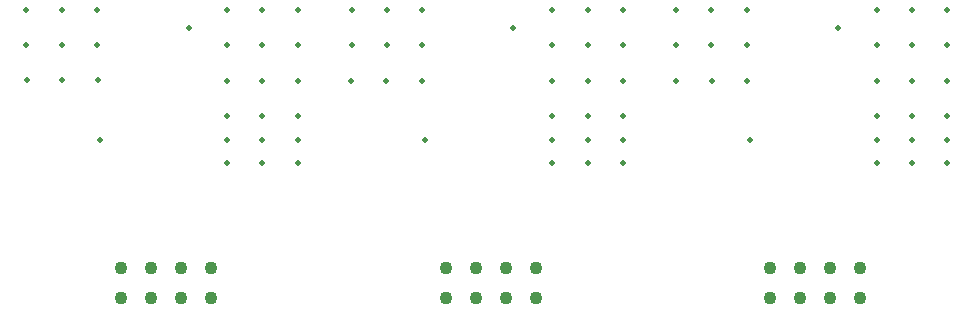
<source format=gbr>
%TF.GenerationSoftware,Altium Limited,Altium Designer,24.0.1 (36)*%
G04 Layer_Color=0*
%FSLAX45Y45*%
%MOMM*%
%TF.SameCoordinates,AADBD710-655B-4C0A-A29E-FCC33305A696*%
%TF.FilePolarity,Positive*%
%TF.FileFunction,Plated,1,2,PTH,Drill*%
%TF.Part,Single*%
G01*
G75*
%TA.AperFunction,ComponentDrill*%
%ADD46C,1.10002*%
%TA.AperFunction,ViaDrill,NotFilled*%
%ADD47C,0.50000*%
D46*
X-2774000Y-6986000D02*
D03*
X-2520000D02*
D03*
X-2266000D02*
D03*
X-24000D02*
D03*
X230000D02*
D03*
X484000D02*
D03*
X2726000D02*
D03*
X2980000D02*
D03*
X3234000D02*
D03*
X2726000Y-7240000D02*
D03*
X2980000D02*
D03*
X3234000D02*
D03*
X3488000D02*
D03*
Y-6986000D02*
D03*
X-24000Y-7240000D02*
D03*
X230000D02*
D03*
X484000D02*
D03*
X738000D02*
D03*
Y-6986000D02*
D03*
X-2774000Y-7240000D02*
D03*
X-2520000D02*
D03*
X-2266000D02*
D03*
X-2012000D02*
D03*
Y-6986000D02*
D03*
D47*
X-2969716Y-5397714D02*
D03*
X-3269716D02*
D03*
X-3569716D02*
D03*
X-825325Y-5401927D02*
D03*
X-525325D02*
D03*
X-225325D02*
D03*
X2530000Y-5400000D02*
D03*
X2230000D02*
D03*
X1930000D02*
D03*
X-2950000Y-5900000D02*
D03*
X-220000Y-5100000D02*
D03*
X-520000D02*
D03*
X-820000D02*
D03*
X880000Y-5900000D02*
D03*
Y-6100000D02*
D03*
Y-4800000D02*
D03*
X1180000Y-5400000D02*
D03*
X1480000Y-5100000D02*
D03*
X1180000Y-4800000D02*
D03*
Y-5100000D02*
D03*
Y-5700000D02*
D03*
Y-6100000D02*
D03*
X-520000Y-4800000D02*
D03*
X1480000Y-5400000D02*
D03*
X-220000Y-4800000D02*
D03*
X1180000Y-5900000D02*
D03*
X880000Y-5100000D02*
D03*
Y-5700000D02*
D03*
X1480000D02*
D03*
X880000Y-5400000D02*
D03*
X1480000Y-4800000D02*
D03*
Y-6100000D02*
D03*
X-820000Y-4800000D02*
D03*
X1480000Y-5900000D02*
D03*
X-1575000Y-6100000D02*
D03*
X-1275000Y-5400000D02*
D03*
Y-5900000D02*
D03*
Y-5700000D02*
D03*
X-1875000Y-6100000D02*
D03*
X-3575000Y-5100000D02*
D03*
X-1575000Y-5700000D02*
D03*
X-3275000Y-4800000D02*
D03*
X-1875000D02*
D03*
X-1275000Y-5100000D02*
D03*
X-1875000Y-5400000D02*
D03*
X-1275000Y-6100000D02*
D03*
X-3275000Y-5100000D02*
D03*
X-2975000D02*
D03*
X-1875000D02*
D03*
X-1275000Y-4800000D02*
D03*
X-1875000Y-5700000D02*
D03*
X-1575000Y-5900000D02*
D03*
X-1575000Y-5100000D02*
D03*
X-2975000Y-4800000D02*
D03*
X-1575000Y-5400000D02*
D03*
X-1875000Y-5900000D02*
D03*
X-3575000Y-4800000D02*
D03*
X-1575000D02*
D03*
X3925000Y-6100000D02*
D03*
Y-5700000D02*
D03*
Y-5900000D02*
D03*
X3625000Y-6100000D02*
D03*
X4225000D02*
D03*
X3625000Y-5900000D02*
D03*
X4225000D02*
D03*
X3625000Y-5700000D02*
D03*
X4225000D02*
D03*
X3625000Y-5400000D02*
D03*
X3925000D02*
D03*
X4225000D02*
D03*
Y-4800000D02*
D03*
X3925000D02*
D03*
X3625000D02*
D03*
X4225000Y-5100000D02*
D03*
X3925000D02*
D03*
X3625000D02*
D03*
X1925000Y-4800000D02*
D03*
X2225000D02*
D03*
X2525000D02*
D03*
X1925000Y-5100000D02*
D03*
X2225000D02*
D03*
X2525000D02*
D03*
X-200000Y-5900000D02*
D03*
X2550000D02*
D03*
X3300000Y-4950000D02*
D03*
X550000D02*
D03*
X-2200000D02*
D03*
%TF.MD5,563b54c45d52313473e9fb71be287fb1*%
M02*

</source>
